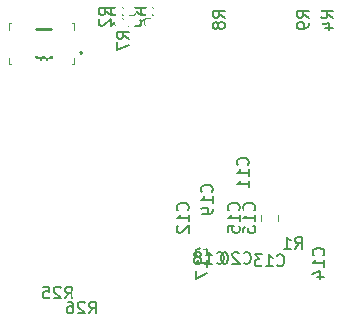
<source format=gbo>
G04 #@! TF.GenerationSoftware,KiCad,Pcbnew,5.1.6-c6e7f7d~86~ubuntu18.04.1*
G04 #@! TF.CreationDate,2021-09-21T12:25:19+02:00*
G04 #@! TF.ProjectId,nhci,6e686369-2e6b-4696-9361-645f70636258,rev?*
G04 #@! TF.SameCoordinates,Original*
G04 #@! TF.FileFunction,Legend,Bot*
G04 #@! TF.FilePolarity,Positive*
%FSLAX46Y46*%
G04 Gerber Fmt 4.6, Leading zero omitted, Abs format (unit mm)*
G04 Created by KiCad (PCBNEW 5.1.6-c6e7f7d~86~ubuntu18.04.1) date 2021-09-21 12:25:19*
%MOMM*%
%LPD*%
G01*
G04 APERTURE LIST*
%ADD10C,0.200000*%
%ADD11C,0.100000*%
%ADD12C,0.120000*%
%ADD13C,0.254000*%
%ADD14C,0.150000*%
%ADD15R,0.425000X0.850000*%
%ADD16R,0.700000X0.300000*%
%ADD17R,4.150000X2.150000*%
%ADD18R,0.700000X0.340000*%
%ADD19R,0.340000X0.700000*%
%ADD20R,1.500000X1.800000*%
%ADD21R,0.400000X1.800000*%
G04 APERTURE END LIST*
D10*
X53438000Y-109816000D02*
G75*
G03*
X53438000Y-109616000I0J100000D01*
G01*
X53438000Y-109616000D02*
G75*
G03*
X53438000Y-109816000I0J-100000D01*
G01*
X53438000Y-109816000D02*
X53438000Y-109816000D01*
X53438000Y-109616000D02*
X53438000Y-109616000D01*
D11*
X52788000Y-110166000D02*
X52788000Y-110716000D01*
X52788000Y-110716000D02*
X52638000Y-110716000D01*
X52788000Y-107766000D02*
X52788000Y-107216000D01*
X52788000Y-107216000D02*
X52638000Y-107216000D01*
X47288000Y-107766000D02*
X47288000Y-107216000D01*
X47288000Y-107216000D02*
X47438000Y-107216000D01*
X47288000Y-110166000D02*
X47288000Y-110716000D01*
X47288000Y-110716000D02*
X47438000Y-110716000D01*
D12*
X68632000Y-123439422D02*
X68632000Y-123956578D01*
X70052000Y-123439422D02*
X70052000Y-123956578D01*
D13*
X50887523Y-107726238D02*
X49617523Y-107726238D01*
X50766571Y-109056714D02*
X50827047Y-108996238D01*
X50887523Y-108814809D01*
X50887523Y-108693857D01*
X50827047Y-108512428D01*
X50706095Y-108391476D01*
X50585142Y-108331000D01*
X50343238Y-108270523D01*
X50161809Y-108270523D01*
X49919904Y-108331000D01*
X49798952Y-108391476D01*
X49678000Y-108512428D01*
X49617523Y-108693857D01*
X49617523Y-108814809D01*
X49678000Y-108996238D01*
X49738476Y-109056714D01*
X50161809Y-109782428D02*
X50101333Y-109661476D01*
X50040857Y-109601000D01*
X49919904Y-109540523D01*
X49859428Y-109540523D01*
X49738476Y-109601000D01*
X49678000Y-109661476D01*
X49617523Y-109782428D01*
X49617523Y-110024333D01*
X49678000Y-110145285D01*
X49738476Y-110205761D01*
X49859428Y-110266238D01*
X49919904Y-110266238D01*
X50040857Y-110205761D01*
X50101333Y-110145285D01*
X50161809Y-110024333D01*
X50161809Y-109782428D01*
X50222285Y-109661476D01*
X50282761Y-109601000D01*
X50403714Y-109540523D01*
X50645619Y-109540523D01*
X50766571Y-109601000D01*
X50827047Y-109661476D01*
X50887523Y-109782428D01*
X50887523Y-110024333D01*
X50827047Y-110145285D01*
X50766571Y-110205761D01*
X50645619Y-110266238D01*
X50403714Y-110266238D01*
X50282761Y-110205761D01*
X50222285Y-110145285D01*
X50161809Y-110024333D01*
D14*
X54086857Y-131797380D02*
X54420190Y-131321190D01*
X54658285Y-131797380D02*
X54658285Y-130797380D01*
X54277333Y-130797380D01*
X54182095Y-130845000D01*
X54134476Y-130892619D01*
X54086857Y-130987857D01*
X54086857Y-131130714D01*
X54134476Y-131225952D01*
X54182095Y-131273571D01*
X54277333Y-131321190D01*
X54658285Y-131321190D01*
X53705904Y-130892619D02*
X53658285Y-130845000D01*
X53563047Y-130797380D01*
X53324952Y-130797380D01*
X53229714Y-130845000D01*
X53182095Y-130892619D01*
X53134476Y-130987857D01*
X53134476Y-131083095D01*
X53182095Y-131225952D01*
X53753523Y-131797380D01*
X53134476Y-131797380D01*
X52277333Y-130797380D02*
X52467809Y-130797380D01*
X52563047Y-130845000D01*
X52610666Y-130892619D01*
X52705904Y-131035476D01*
X52753523Y-131225952D01*
X52753523Y-131606904D01*
X52705904Y-131702142D01*
X52658285Y-131749761D01*
X52563047Y-131797380D01*
X52372571Y-131797380D01*
X52277333Y-131749761D01*
X52229714Y-131702142D01*
X52182095Y-131606904D01*
X52182095Y-131368809D01*
X52229714Y-131273571D01*
X52277333Y-131225952D01*
X52372571Y-131178333D01*
X52563047Y-131178333D01*
X52658285Y-131225952D01*
X52705904Y-131273571D01*
X52753523Y-131368809D01*
X52054857Y-130527380D02*
X52388190Y-130051190D01*
X52626285Y-130527380D02*
X52626285Y-129527380D01*
X52245333Y-129527380D01*
X52150095Y-129575000D01*
X52102476Y-129622619D01*
X52054857Y-129717857D01*
X52054857Y-129860714D01*
X52102476Y-129955952D01*
X52150095Y-130003571D01*
X52245333Y-130051190D01*
X52626285Y-130051190D01*
X51673904Y-129622619D02*
X51626285Y-129575000D01*
X51531047Y-129527380D01*
X51292952Y-129527380D01*
X51197714Y-129575000D01*
X51150095Y-129622619D01*
X51102476Y-129717857D01*
X51102476Y-129813095D01*
X51150095Y-129955952D01*
X51721523Y-130527380D01*
X51102476Y-130527380D01*
X50197714Y-129527380D02*
X50673904Y-129527380D01*
X50721523Y-130003571D01*
X50673904Y-129955952D01*
X50578666Y-129908333D01*
X50340571Y-129908333D01*
X50245333Y-129955952D01*
X50197714Y-130003571D01*
X50150095Y-130098809D01*
X50150095Y-130336904D01*
X50197714Y-130432142D01*
X50245333Y-130479761D01*
X50340571Y-130527380D01*
X50578666Y-130527380D01*
X50673904Y-130479761D01*
X50721523Y-130432142D01*
X72688380Y-106744333D02*
X72212190Y-106411000D01*
X72688380Y-106172904D02*
X71688380Y-106172904D01*
X71688380Y-106553857D01*
X71736000Y-106649095D01*
X71783619Y-106696714D01*
X71878857Y-106744333D01*
X72021714Y-106744333D01*
X72116952Y-106696714D01*
X72164571Y-106649095D01*
X72212190Y-106553857D01*
X72212190Y-106172904D01*
X72688380Y-107220523D02*
X72688380Y-107411000D01*
X72640761Y-107506238D01*
X72593142Y-107553857D01*
X72450285Y-107649095D01*
X72259809Y-107696714D01*
X71878857Y-107696714D01*
X71783619Y-107649095D01*
X71736000Y-107601476D01*
X71688380Y-107506238D01*
X71688380Y-107315761D01*
X71736000Y-107220523D01*
X71783619Y-107172904D01*
X71878857Y-107125285D01*
X72116952Y-107125285D01*
X72212190Y-107172904D01*
X72259809Y-107220523D01*
X72307428Y-107315761D01*
X72307428Y-107506238D01*
X72259809Y-107601476D01*
X72212190Y-107649095D01*
X72116952Y-107696714D01*
X65576380Y-106744333D02*
X65100190Y-106411000D01*
X65576380Y-106172904D02*
X64576380Y-106172904D01*
X64576380Y-106553857D01*
X64624000Y-106649095D01*
X64671619Y-106696714D01*
X64766857Y-106744333D01*
X64909714Y-106744333D01*
X65004952Y-106696714D01*
X65052571Y-106649095D01*
X65100190Y-106553857D01*
X65100190Y-106172904D01*
X65004952Y-107315761D02*
X64957333Y-107220523D01*
X64909714Y-107172904D01*
X64814476Y-107125285D01*
X64766857Y-107125285D01*
X64671619Y-107172904D01*
X64624000Y-107220523D01*
X64576380Y-107315761D01*
X64576380Y-107506238D01*
X64624000Y-107601476D01*
X64671619Y-107649095D01*
X64766857Y-107696714D01*
X64814476Y-107696714D01*
X64909714Y-107649095D01*
X64957333Y-107601476D01*
X65004952Y-107506238D01*
X65004952Y-107315761D01*
X65052571Y-107220523D01*
X65100190Y-107172904D01*
X65195428Y-107125285D01*
X65385904Y-107125285D01*
X65481142Y-107172904D01*
X65528761Y-107220523D01*
X65576380Y-107315761D01*
X65576380Y-107506238D01*
X65528761Y-107601476D01*
X65481142Y-107649095D01*
X65385904Y-107696714D01*
X65195428Y-107696714D01*
X65100190Y-107649095D01*
X65052571Y-107601476D01*
X65004952Y-107506238D01*
X57448380Y-108522333D02*
X56972190Y-108189000D01*
X57448380Y-107950904D02*
X56448380Y-107950904D01*
X56448380Y-108331857D01*
X56496000Y-108427095D01*
X56543619Y-108474714D01*
X56638857Y-108522333D01*
X56781714Y-108522333D01*
X56876952Y-108474714D01*
X56924571Y-108427095D01*
X56972190Y-108331857D01*
X56972190Y-107950904D01*
X56448380Y-108855666D02*
X56448380Y-109522333D01*
X57448380Y-109093761D01*
X59480380Y-106513333D02*
X59004190Y-106180000D01*
X59480380Y-105941904D02*
X58480380Y-105941904D01*
X58480380Y-106322857D01*
X58528000Y-106418095D01*
X58575619Y-106465714D01*
X58670857Y-106513333D01*
X58813714Y-106513333D01*
X58908952Y-106465714D01*
X58956571Y-106418095D01*
X59004190Y-106322857D01*
X59004190Y-105941904D01*
X58480380Y-107370476D02*
X58480380Y-107180000D01*
X58528000Y-107084761D01*
X58575619Y-107037142D01*
X58718476Y-106941904D01*
X58908952Y-106894285D01*
X59289904Y-106894285D01*
X59385142Y-106941904D01*
X59432761Y-106989523D01*
X59480380Y-107084761D01*
X59480380Y-107275238D01*
X59432761Y-107370476D01*
X59385142Y-107418095D01*
X59289904Y-107465714D01*
X59051809Y-107465714D01*
X58956571Y-107418095D01*
X58908952Y-107370476D01*
X58861333Y-107275238D01*
X58861333Y-107084761D01*
X58908952Y-106989523D01*
X58956571Y-106941904D01*
X59051809Y-106894285D01*
X58464380Y-106536333D02*
X57988190Y-106203000D01*
X58464380Y-105964904D02*
X57464380Y-105964904D01*
X57464380Y-106345857D01*
X57512000Y-106441095D01*
X57559619Y-106488714D01*
X57654857Y-106536333D01*
X57797714Y-106536333D01*
X57892952Y-106488714D01*
X57940571Y-106441095D01*
X57988190Y-106345857D01*
X57988190Y-105964904D01*
X57464380Y-107441095D02*
X57464380Y-106964904D01*
X57940571Y-106917285D01*
X57892952Y-106964904D01*
X57845333Y-107060142D01*
X57845333Y-107298238D01*
X57892952Y-107393476D01*
X57940571Y-107441095D01*
X58035809Y-107488714D01*
X58273904Y-107488714D01*
X58369142Y-107441095D01*
X58416761Y-107393476D01*
X58464380Y-107298238D01*
X58464380Y-107060142D01*
X58416761Y-106964904D01*
X58369142Y-106917285D01*
X74720380Y-106790333D02*
X74244190Y-106457000D01*
X74720380Y-106218904D02*
X73720380Y-106218904D01*
X73720380Y-106599857D01*
X73768000Y-106695095D01*
X73815619Y-106742714D01*
X73910857Y-106790333D01*
X74053714Y-106790333D01*
X74148952Y-106742714D01*
X74196571Y-106695095D01*
X74244190Y-106599857D01*
X74244190Y-106218904D01*
X74053714Y-107647476D02*
X74720380Y-107647476D01*
X73672761Y-107409380D02*
X74387047Y-107171285D01*
X74387047Y-107790333D01*
X56940380Y-106513333D02*
X56464190Y-106180000D01*
X56940380Y-105941904D02*
X55940380Y-105941904D01*
X55940380Y-106322857D01*
X55988000Y-106418095D01*
X56035619Y-106465714D01*
X56130857Y-106513333D01*
X56273714Y-106513333D01*
X56368952Y-106465714D01*
X56416571Y-106418095D01*
X56464190Y-106322857D01*
X56464190Y-105941904D01*
X55940380Y-106846666D02*
X55940380Y-107465714D01*
X56321333Y-107132380D01*
X56321333Y-107275238D01*
X56368952Y-107370476D01*
X56416571Y-107418095D01*
X56511809Y-107465714D01*
X56749904Y-107465714D01*
X56845142Y-107418095D01*
X56892761Y-107370476D01*
X56940380Y-107275238D01*
X56940380Y-106989523D01*
X56892761Y-106894285D01*
X56845142Y-106846666D01*
X55924380Y-106513333D02*
X55448190Y-106180000D01*
X55924380Y-105941904D02*
X54924380Y-105941904D01*
X54924380Y-106322857D01*
X54972000Y-106418095D01*
X55019619Y-106465714D01*
X55114857Y-106513333D01*
X55257714Y-106513333D01*
X55352952Y-106465714D01*
X55400571Y-106418095D01*
X55448190Y-106322857D01*
X55448190Y-105941904D01*
X55019619Y-106894285D02*
X54972000Y-106941904D01*
X54924380Y-107037142D01*
X54924380Y-107275238D01*
X54972000Y-107370476D01*
X55019619Y-107418095D01*
X55114857Y-107465714D01*
X55210095Y-107465714D01*
X55352952Y-107418095D01*
X55924380Y-106846666D01*
X55924380Y-107465714D01*
X67167857Y-127511142D02*
X67215476Y-127558761D01*
X67358333Y-127606380D01*
X67453571Y-127606380D01*
X67596428Y-127558761D01*
X67691666Y-127463523D01*
X67739285Y-127368285D01*
X67786904Y-127177809D01*
X67786904Y-127034952D01*
X67739285Y-126844476D01*
X67691666Y-126749238D01*
X67596428Y-126654000D01*
X67453571Y-126606380D01*
X67358333Y-126606380D01*
X67215476Y-126654000D01*
X67167857Y-126701619D01*
X66786904Y-126701619D02*
X66739285Y-126654000D01*
X66644047Y-126606380D01*
X66405952Y-126606380D01*
X66310714Y-126654000D01*
X66263095Y-126701619D01*
X66215476Y-126796857D01*
X66215476Y-126892095D01*
X66263095Y-127034952D01*
X66834523Y-127606380D01*
X66215476Y-127606380D01*
X65596428Y-126606380D02*
X65501190Y-126606380D01*
X65405952Y-126654000D01*
X65358333Y-126701619D01*
X65310714Y-126796857D01*
X65263095Y-126987333D01*
X65263095Y-127225428D01*
X65310714Y-127415904D01*
X65358333Y-127511142D01*
X65405952Y-127558761D01*
X65501190Y-127606380D01*
X65596428Y-127606380D01*
X65691666Y-127558761D01*
X65739285Y-127511142D01*
X65786904Y-127415904D01*
X65834523Y-127225428D01*
X65834523Y-126987333D01*
X65786904Y-126796857D01*
X65739285Y-126701619D01*
X65691666Y-126654000D01*
X65596428Y-126606380D01*
X64465142Y-121508142D02*
X64512761Y-121460523D01*
X64560380Y-121317666D01*
X64560380Y-121222428D01*
X64512761Y-121079571D01*
X64417523Y-120984333D01*
X64322285Y-120936714D01*
X64131809Y-120889095D01*
X63988952Y-120889095D01*
X63798476Y-120936714D01*
X63703238Y-120984333D01*
X63608000Y-121079571D01*
X63560380Y-121222428D01*
X63560380Y-121317666D01*
X63608000Y-121460523D01*
X63655619Y-121508142D01*
X64560380Y-122460523D02*
X64560380Y-121889095D01*
X64560380Y-122174809D02*
X63560380Y-122174809D01*
X63703238Y-122079571D01*
X63798476Y-121984333D01*
X63846095Y-121889095D01*
X64560380Y-122936714D02*
X64560380Y-123127190D01*
X64512761Y-123222428D01*
X64465142Y-123270047D01*
X64322285Y-123365285D01*
X64131809Y-123412904D01*
X63750857Y-123412904D01*
X63655619Y-123365285D01*
X63608000Y-123317666D01*
X63560380Y-123222428D01*
X63560380Y-123031952D01*
X63608000Y-122936714D01*
X63655619Y-122889095D01*
X63750857Y-122841476D01*
X63988952Y-122841476D01*
X64084190Y-122889095D01*
X64131809Y-122936714D01*
X64179428Y-123031952D01*
X64179428Y-123222428D01*
X64131809Y-123317666D01*
X64084190Y-123365285D01*
X63988952Y-123412904D01*
X64881857Y-127511142D02*
X64929476Y-127558761D01*
X65072333Y-127606380D01*
X65167571Y-127606380D01*
X65310428Y-127558761D01*
X65405666Y-127463523D01*
X65453285Y-127368285D01*
X65500904Y-127177809D01*
X65500904Y-127034952D01*
X65453285Y-126844476D01*
X65405666Y-126749238D01*
X65310428Y-126654000D01*
X65167571Y-126606380D01*
X65072333Y-126606380D01*
X64929476Y-126654000D01*
X64881857Y-126701619D01*
X63929476Y-127606380D02*
X64500904Y-127606380D01*
X64215190Y-127606380D02*
X64215190Y-126606380D01*
X64310428Y-126749238D01*
X64405666Y-126844476D01*
X64500904Y-126892095D01*
X63358047Y-127034952D02*
X63453285Y-126987333D01*
X63500904Y-126939714D01*
X63548523Y-126844476D01*
X63548523Y-126796857D01*
X63500904Y-126701619D01*
X63453285Y-126654000D01*
X63358047Y-126606380D01*
X63167571Y-126606380D01*
X63072333Y-126654000D01*
X63024714Y-126701619D01*
X62977095Y-126796857D01*
X62977095Y-126844476D01*
X63024714Y-126939714D01*
X63072333Y-126987333D01*
X63167571Y-127034952D01*
X63358047Y-127034952D01*
X63453285Y-127082571D01*
X63500904Y-127130190D01*
X63548523Y-127225428D01*
X63548523Y-127415904D01*
X63500904Y-127511142D01*
X63453285Y-127558761D01*
X63358047Y-127606380D01*
X63167571Y-127606380D01*
X63072333Y-127558761D01*
X63024714Y-127511142D01*
X62977095Y-127415904D01*
X62977095Y-127225428D01*
X63024714Y-127130190D01*
X63072333Y-127082571D01*
X63167571Y-127034952D01*
X71540666Y-126336380D02*
X71874000Y-125860190D01*
X72112095Y-126336380D02*
X72112095Y-125336380D01*
X71731142Y-125336380D01*
X71635904Y-125384000D01*
X71588285Y-125431619D01*
X71540666Y-125526857D01*
X71540666Y-125669714D01*
X71588285Y-125764952D01*
X71635904Y-125812571D01*
X71731142Y-125860190D01*
X72112095Y-125860190D01*
X70588285Y-126336380D02*
X71159714Y-126336380D01*
X70874000Y-126336380D02*
X70874000Y-125336380D01*
X70969238Y-125479238D01*
X71064476Y-125574476D01*
X71159714Y-125622095D01*
X64011142Y-126888142D02*
X64058761Y-126840523D01*
X64106380Y-126697666D01*
X64106380Y-126602428D01*
X64058761Y-126459571D01*
X63963523Y-126364333D01*
X63868285Y-126316714D01*
X63677809Y-126269095D01*
X63534952Y-126269095D01*
X63344476Y-126316714D01*
X63249238Y-126364333D01*
X63154000Y-126459571D01*
X63106380Y-126602428D01*
X63106380Y-126697666D01*
X63154000Y-126840523D01*
X63201619Y-126888142D01*
X64106380Y-127840523D02*
X64106380Y-127269095D01*
X64106380Y-127554809D02*
X63106380Y-127554809D01*
X63249238Y-127459571D01*
X63344476Y-127364333D01*
X63392095Y-127269095D01*
X63106380Y-128173857D02*
X63106380Y-128840523D01*
X64106380Y-128411952D01*
X68049142Y-123055142D02*
X68096761Y-123007523D01*
X68144380Y-122864666D01*
X68144380Y-122769428D01*
X68096761Y-122626571D01*
X68001523Y-122531333D01*
X67906285Y-122483714D01*
X67715809Y-122436095D01*
X67572952Y-122436095D01*
X67382476Y-122483714D01*
X67287238Y-122531333D01*
X67192000Y-122626571D01*
X67144380Y-122769428D01*
X67144380Y-122864666D01*
X67192000Y-123007523D01*
X67239619Y-123055142D01*
X68144380Y-124007523D02*
X68144380Y-123436095D01*
X68144380Y-123721809D02*
X67144380Y-123721809D01*
X67287238Y-123626571D01*
X67382476Y-123531333D01*
X67430095Y-123436095D01*
X67144380Y-124864666D02*
X67144380Y-124674190D01*
X67192000Y-124578952D01*
X67239619Y-124531333D01*
X67382476Y-124436095D01*
X67572952Y-124388476D01*
X67953904Y-124388476D01*
X68049142Y-124436095D01*
X68096761Y-124483714D01*
X68144380Y-124578952D01*
X68144380Y-124769428D01*
X68096761Y-124864666D01*
X68049142Y-124912285D01*
X67953904Y-124959904D01*
X67715809Y-124959904D01*
X67620571Y-124912285D01*
X67572952Y-124864666D01*
X67525333Y-124769428D01*
X67525333Y-124578952D01*
X67572952Y-124483714D01*
X67620571Y-124436095D01*
X67715809Y-124388476D01*
X66751142Y-123055142D02*
X66798761Y-123007523D01*
X66846380Y-122864666D01*
X66846380Y-122769428D01*
X66798761Y-122626571D01*
X66703523Y-122531333D01*
X66608285Y-122483714D01*
X66417809Y-122436095D01*
X66274952Y-122436095D01*
X66084476Y-122483714D01*
X65989238Y-122531333D01*
X65894000Y-122626571D01*
X65846380Y-122769428D01*
X65846380Y-122864666D01*
X65894000Y-123007523D01*
X65941619Y-123055142D01*
X66846380Y-124007523D02*
X66846380Y-123436095D01*
X66846380Y-123721809D02*
X65846380Y-123721809D01*
X65989238Y-123626571D01*
X66084476Y-123531333D01*
X66132095Y-123436095D01*
X65846380Y-124912285D02*
X65846380Y-124436095D01*
X66322571Y-124388476D01*
X66274952Y-124436095D01*
X66227333Y-124531333D01*
X66227333Y-124769428D01*
X66274952Y-124864666D01*
X66322571Y-124912285D01*
X66417809Y-124959904D01*
X66655904Y-124959904D01*
X66751142Y-124912285D01*
X66798761Y-124864666D01*
X66846380Y-124769428D01*
X66846380Y-124531333D01*
X66798761Y-124436095D01*
X66751142Y-124388476D01*
X73917142Y-126888142D02*
X73964761Y-126840523D01*
X74012380Y-126697666D01*
X74012380Y-126602428D01*
X73964761Y-126459571D01*
X73869523Y-126364333D01*
X73774285Y-126316714D01*
X73583809Y-126269095D01*
X73440952Y-126269095D01*
X73250476Y-126316714D01*
X73155238Y-126364333D01*
X73060000Y-126459571D01*
X73012380Y-126602428D01*
X73012380Y-126697666D01*
X73060000Y-126840523D01*
X73107619Y-126888142D01*
X74012380Y-127840523D02*
X74012380Y-127269095D01*
X74012380Y-127554809D02*
X73012380Y-127554809D01*
X73155238Y-127459571D01*
X73250476Y-127364333D01*
X73298095Y-127269095D01*
X73345714Y-128697666D02*
X74012380Y-128697666D01*
X72964761Y-128459571D02*
X73679047Y-128221476D01*
X73679047Y-128840523D01*
X70007857Y-127711142D02*
X70055476Y-127758761D01*
X70198333Y-127806380D01*
X70293571Y-127806380D01*
X70436428Y-127758761D01*
X70531666Y-127663523D01*
X70579285Y-127568285D01*
X70626904Y-127377809D01*
X70626904Y-127234952D01*
X70579285Y-127044476D01*
X70531666Y-126949238D01*
X70436428Y-126854000D01*
X70293571Y-126806380D01*
X70198333Y-126806380D01*
X70055476Y-126854000D01*
X70007857Y-126901619D01*
X69055476Y-127806380D02*
X69626904Y-127806380D01*
X69341190Y-127806380D02*
X69341190Y-126806380D01*
X69436428Y-126949238D01*
X69531666Y-127044476D01*
X69626904Y-127092095D01*
X68722142Y-126806380D02*
X68103095Y-126806380D01*
X68436428Y-127187333D01*
X68293571Y-127187333D01*
X68198333Y-127234952D01*
X68150714Y-127282571D01*
X68103095Y-127377809D01*
X68103095Y-127615904D01*
X68150714Y-127711142D01*
X68198333Y-127758761D01*
X68293571Y-127806380D01*
X68579285Y-127806380D01*
X68674523Y-127758761D01*
X68722142Y-127711142D01*
X62433142Y-123055142D02*
X62480761Y-123007523D01*
X62528380Y-122864666D01*
X62528380Y-122769428D01*
X62480761Y-122626571D01*
X62385523Y-122531333D01*
X62290285Y-122483714D01*
X62099809Y-122436095D01*
X61956952Y-122436095D01*
X61766476Y-122483714D01*
X61671238Y-122531333D01*
X61576000Y-122626571D01*
X61528380Y-122769428D01*
X61528380Y-122864666D01*
X61576000Y-123007523D01*
X61623619Y-123055142D01*
X62528380Y-124007523D02*
X62528380Y-123436095D01*
X62528380Y-123721809D02*
X61528380Y-123721809D01*
X61671238Y-123626571D01*
X61766476Y-123531333D01*
X61814095Y-123436095D01*
X61623619Y-124388476D02*
X61576000Y-124436095D01*
X61528380Y-124531333D01*
X61528380Y-124769428D01*
X61576000Y-124864666D01*
X61623619Y-124912285D01*
X61718857Y-124959904D01*
X61814095Y-124959904D01*
X61956952Y-124912285D01*
X62528380Y-124340857D01*
X62528380Y-124959904D01*
X67513142Y-119222142D02*
X67560761Y-119174523D01*
X67608380Y-119031666D01*
X67608380Y-118936428D01*
X67560761Y-118793571D01*
X67465523Y-118698333D01*
X67370285Y-118650714D01*
X67179809Y-118603095D01*
X67036952Y-118603095D01*
X66846476Y-118650714D01*
X66751238Y-118698333D01*
X66656000Y-118793571D01*
X66608380Y-118936428D01*
X66608380Y-119031666D01*
X66656000Y-119174523D01*
X66703619Y-119222142D01*
X67608380Y-120174523D02*
X67608380Y-119603095D01*
X67608380Y-119888809D02*
X66608380Y-119888809D01*
X66751238Y-119793571D01*
X66846476Y-119698333D01*
X66894095Y-119603095D01*
X67608380Y-121126904D02*
X67608380Y-120555476D01*
X67608380Y-120841190D02*
X66608380Y-120841190D01*
X66751238Y-120745952D01*
X66846476Y-120650714D01*
X66894095Y-120555476D01*
%LPC*%
D15*
X47850000Y-108966000D03*
X52226000Y-108966000D03*
D16*
X47388000Y-108691000D03*
X47388000Y-109241000D03*
X52688000Y-108691000D03*
X52688000Y-109241000D03*
D17*
X50038000Y-108966000D03*
D18*
X52688000Y-108216000D03*
D19*
X52288000Y-107316000D03*
X51788000Y-107316000D03*
X51288000Y-107316000D03*
X50788000Y-107316000D03*
X50288000Y-107316000D03*
X49788000Y-107316000D03*
X49288000Y-107316000D03*
X48788000Y-107316000D03*
X48288000Y-107316000D03*
X47788000Y-107316000D03*
D18*
X47388000Y-108216000D03*
X47388000Y-109716000D03*
D19*
X47788000Y-110616000D03*
X48288000Y-110616000D03*
X48788000Y-110616000D03*
X49288000Y-110616000D03*
X49788000Y-110616000D03*
X50288000Y-110616000D03*
X50788000Y-110616000D03*
X51288000Y-110616000D03*
X51788000Y-110616000D03*
X52288000Y-110616000D03*
D18*
X52688000Y-109716000D03*
G36*
G01*
X53584000Y-130372500D02*
X53584000Y-129977500D01*
G75*
G02*
X53756500Y-129805000I172500J0D01*
G01*
X54101500Y-129805000D01*
G75*
G02*
X54274000Y-129977500I0J-172500D01*
G01*
X54274000Y-130372500D01*
G75*
G02*
X54101500Y-130545000I-172500J0D01*
G01*
X53756500Y-130545000D01*
G75*
G02*
X53584000Y-130372500I0J172500D01*
G01*
G37*
G36*
G01*
X52614000Y-130372500D02*
X52614000Y-129977500D01*
G75*
G02*
X52786500Y-129805000I172500J0D01*
G01*
X53131500Y-129805000D01*
G75*
G02*
X53304000Y-129977500I0J-172500D01*
G01*
X53304000Y-130372500D01*
G75*
G02*
X53131500Y-130545000I-172500J0D01*
G01*
X52786500Y-130545000D01*
G75*
G02*
X52614000Y-130372500I0J172500D01*
G01*
G37*
G36*
G01*
X51552000Y-129102500D02*
X51552000Y-128707500D01*
G75*
G02*
X51724500Y-128535000I172500J0D01*
G01*
X52069500Y-128535000D01*
G75*
G02*
X52242000Y-128707500I0J-172500D01*
G01*
X52242000Y-129102500D01*
G75*
G02*
X52069500Y-129275000I-172500J0D01*
G01*
X51724500Y-129275000D01*
G75*
G02*
X51552000Y-129102500I0J172500D01*
G01*
G37*
G36*
G01*
X50582000Y-129102500D02*
X50582000Y-128707500D01*
G75*
G02*
X50754500Y-128535000I172500J0D01*
G01*
X51099500Y-128535000D01*
G75*
G02*
X51272000Y-128707500I0J-172500D01*
G01*
X51272000Y-129102500D01*
G75*
G02*
X51099500Y-129275000I-172500J0D01*
G01*
X50754500Y-129275000D01*
G75*
G02*
X50582000Y-129102500I0J172500D01*
G01*
G37*
D20*
X70106000Y-169082000D03*
X61466000Y-169082000D03*
D21*
X63036000Y-169632000D03*
X63536000Y-169632000D03*
X64036000Y-169632000D03*
X64536000Y-169632000D03*
X65036000Y-169632000D03*
X65536000Y-169632000D03*
X66036000Y-169632000D03*
X66536000Y-169632000D03*
X67036000Y-169632000D03*
X67536000Y-169632000D03*
X68036000Y-169632000D03*
X68536000Y-169632000D03*
G36*
G01*
X73208500Y-107051000D02*
X73603500Y-107051000D01*
G75*
G02*
X73776000Y-107223500I0J-172500D01*
G01*
X73776000Y-107568500D01*
G75*
G02*
X73603500Y-107741000I-172500J0D01*
G01*
X73208500Y-107741000D01*
G75*
G02*
X73036000Y-107568500I0J172500D01*
G01*
X73036000Y-107223500D01*
G75*
G02*
X73208500Y-107051000I172500J0D01*
G01*
G37*
G36*
G01*
X73208500Y-106081000D02*
X73603500Y-106081000D01*
G75*
G02*
X73776000Y-106253500I0J-172500D01*
G01*
X73776000Y-106598500D01*
G75*
G02*
X73603500Y-106771000I-172500J0D01*
G01*
X73208500Y-106771000D01*
G75*
G02*
X73036000Y-106598500I0J172500D01*
G01*
X73036000Y-106253500D01*
G75*
G02*
X73208500Y-106081000I172500J0D01*
G01*
G37*
G36*
G01*
X66096500Y-107051000D02*
X66491500Y-107051000D01*
G75*
G02*
X66664000Y-107223500I0J-172500D01*
G01*
X66664000Y-107568500D01*
G75*
G02*
X66491500Y-107741000I-172500J0D01*
G01*
X66096500Y-107741000D01*
G75*
G02*
X65924000Y-107568500I0J172500D01*
G01*
X65924000Y-107223500D01*
G75*
G02*
X66096500Y-107051000I172500J0D01*
G01*
G37*
G36*
G01*
X66096500Y-106081000D02*
X66491500Y-106081000D01*
G75*
G02*
X66664000Y-106253500I0J-172500D01*
G01*
X66664000Y-106598500D01*
G75*
G02*
X66491500Y-106771000I-172500J0D01*
G01*
X66096500Y-106771000D01*
G75*
G02*
X65924000Y-106598500I0J172500D01*
G01*
X65924000Y-106253500D01*
G75*
G02*
X66096500Y-106081000I172500J0D01*
G01*
G37*
G36*
G01*
X57968500Y-108829000D02*
X58363500Y-108829000D01*
G75*
G02*
X58536000Y-109001500I0J-172500D01*
G01*
X58536000Y-109346500D01*
G75*
G02*
X58363500Y-109519000I-172500J0D01*
G01*
X57968500Y-109519000D01*
G75*
G02*
X57796000Y-109346500I0J172500D01*
G01*
X57796000Y-109001500D01*
G75*
G02*
X57968500Y-108829000I172500J0D01*
G01*
G37*
G36*
G01*
X57968500Y-107859000D02*
X58363500Y-107859000D01*
G75*
G02*
X58536000Y-108031500I0J-172500D01*
G01*
X58536000Y-108376500D01*
G75*
G02*
X58363500Y-108549000I-172500J0D01*
G01*
X57968500Y-108549000D01*
G75*
G02*
X57796000Y-108376500I0J172500D01*
G01*
X57796000Y-108031500D01*
G75*
G02*
X57968500Y-107859000I172500J0D01*
G01*
G37*
G36*
G01*
X60000500Y-106820000D02*
X60395500Y-106820000D01*
G75*
G02*
X60568000Y-106992500I0J-172500D01*
G01*
X60568000Y-107337500D01*
G75*
G02*
X60395500Y-107510000I-172500J0D01*
G01*
X60000500Y-107510000D01*
G75*
G02*
X59828000Y-107337500I0J172500D01*
G01*
X59828000Y-106992500D01*
G75*
G02*
X60000500Y-106820000I172500J0D01*
G01*
G37*
G36*
G01*
X60000500Y-105850000D02*
X60395500Y-105850000D01*
G75*
G02*
X60568000Y-106022500I0J-172500D01*
G01*
X60568000Y-106367500D01*
G75*
G02*
X60395500Y-106540000I-172500J0D01*
G01*
X60000500Y-106540000D01*
G75*
G02*
X59828000Y-106367500I0J172500D01*
G01*
X59828000Y-106022500D01*
G75*
G02*
X60000500Y-105850000I172500J0D01*
G01*
G37*
G36*
G01*
X58984500Y-106843000D02*
X59379500Y-106843000D01*
G75*
G02*
X59552000Y-107015500I0J-172500D01*
G01*
X59552000Y-107360500D01*
G75*
G02*
X59379500Y-107533000I-172500J0D01*
G01*
X58984500Y-107533000D01*
G75*
G02*
X58812000Y-107360500I0J172500D01*
G01*
X58812000Y-107015500D01*
G75*
G02*
X58984500Y-106843000I172500J0D01*
G01*
G37*
G36*
G01*
X58984500Y-105873000D02*
X59379500Y-105873000D01*
G75*
G02*
X59552000Y-106045500I0J-172500D01*
G01*
X59552000Y-106390500D01*
G75*
G02*
X59379500Y-106563000I-172500J0D01*
G01*
X58984500Y-106563000D01*
G75*
G02*
X58812000Y-106390500I0J172500D01*
G01*
X58812000Y-106045500D01*
G75*
G02*
X58984500Y-105873000I172500J0D01*
G01*
G37*
G36*
G01*
X75240500Y-107097000D02*
X75635500Y-107097000D01*
G75*
G02*
X75808000Y-107269500I0J-172500D01*
G01*
X75808000Y-107614500D01*
G75*
G02*
X75635500Y-107787000I-172500J0D01*
G01*
X75240500Y-107787000D01*
G75*
G02*
X75068000Y-107614500I0J172500D01*
G01*
X75068000Y-107269500D01*
G75*
G02*
X75240500Y-107097000I172500J0D01*
G01*
G37*
G36*
G01*
X75240500Y-106127000D02*
X75635500Y-106127000D01*
G75*
G02*
X75808000Y-106299500I0J-172500D01*
G01*
X75808000Y-106644500D01*
G75*
G02*
X75635500Y-106817000I-172500J0D01*
G01*
X75240500Y-106817000D01*
G75*
G02*
X75068000Y-106644500I0J172500D01*
G01*
X75068000Y-106299500D01*
G75*
G02*
X75240500Y-106127000I172500J0D01*
G01*
G37*
G36*
G01*
X57460500Y-106820000D02*
X57855500Y-106820000D01*
G75*
G02*
X58028000Y-106992500I0J-172500D01*
G01*
X58028000Y-107337500D01*
G75*
G02*
X57855500Y-107510000I-172500J0D01*
G01*
X57460500Y-107510000D01*
G75*
G02*
X57288000Y-107337500I0J172500D01*
G01*
X57288000Y-106992500D01*
G75*
G02*
X57460500Y-106820000I172500J0D01*
G01*
G37*
G36*
G01*
X57460500Y-105850000D02*
X57855500Y-105850000D01*
G75*
G02*
X58028000Y-106022500I0J-172500D01*
G01*
X58028000Y-106367500D01*
G75*
G02*
X57855500Y-106540000I-172500J0D01*
G01*
X57460500Y-106540000D01*
G75*
G02*
X57288000Y-106367500I0J172500D01*
G01*
X57288000Y-106022500D01*
G75*
G02*
X57460500Y-105850000I172500J0D01*
G01*
G37*
G36*
G01*
X56444500Y-106820000D02*
X56839500Y-106820000D01*
G75*
G02*
X57012000Y-106992500I0J-172500D01*
G01*
X57012000Y-107337500D01*
G75*
G02*
X56839500Y-107510000I-172500J0D01*
G01*
X56444500Y-107510000D01*
G75*
G02*
X56272000Y-107337500I0J172500D01*
G01*
X56272000Y-106992500D01*
G75*
G02*
X56444500Y-106820000I172500J0D01*
G01*
G37*
G36*
G01*
X56444500Y-105850000D02*
X56839500Y-105850000D01*
G75*
G02*
X57012000Y-106022500I0J-172500D01*
G01*
X57012000Y-106367500D01*
G75*
G02*
X56839500Y-106540000I-172500J0D01*
G01*
X56444500Y-106540000D01*
G75*
G02*
X56272000Y-106367500I0J172500D01*
G01*
X56272000Y-106022500D01*
G75*
G02*
X56444500Y-105850000I172500J0D01*
G01*
G37*
G36*
G01*
X66665000Y-126181500D02*
X66665000Y-125786500D01*
G75*
G02*
X66837500Y-125614000I172500J0D01*
G01*
X67182500Y-125614000D01*
G75*
G02*
X67355000Y-125786500I0J-172500D01*
G01*
X67355000Y-126181500D01*
G75*
G02*
X67182500Y-126354000I-172500J0D01*
G01*
X66837500Y-126354000D01*
G75*
G02*
X66665000Y-126181500I0J172500D01*
G01*
G37*
G36*
G01*
X65695000Y-126181500D02*
X65695000Y-125786500D01*
G75*
G02*
X65867500Y-125614000I172500J0D01*
G01*
X66212500Y-125614000D01*
G75*
G02*
X66385000Y-125786500I0J-172500D01*
G01*
X66385000Y-126181500D01*
G75*
G02*
X66212500Y-126354000I-172500J0D01*
G01*
X65867500Y-126354000D01*
G75*
G02*
X65695000Y-126181500I0J172500D01*
G01*
G37*
G36*
G01*
X65080500Y-122291000D02*
X65475500Y-122291000D01*
G75*
G02*
X65648000Y-122463500I0J-172500D01*
G01*
X65648000Y-122808500D01*
G75*
G02*
X65475500Y-122981000I-172500J0D01*
G01*
X65080500Y-122981000D01*
G75*
G02*
X64908000Y-122808500I0J172500D01*
G01*
X64908000Y-122463500D01*
G75*
G02*
X65080500Y-122291000I172500J0D01*
G01*
G37*
G36*
G01*
X65080500Y-121321000D02*
X65475500Y-121321000D01*
G75*
G02*
X65648000Y-121493500I0J-172500D01*
G01*
X65648000Y-121838500D01*
G75*
G02*
X65475500Y-122011000I-172500J0D01*
G01*
X65080500Y-122011000D01*
G75*
G02*
X64908000Y-121838500I0J172500D01*
G01*
X64908000Y-121493500D01*
G75*
G02*
X65080500Y-121321000I172500J0D01*
G01*
G37*
G36*
G01*
X64379000Y-126181500D02*
X64379000Y-125786500D01*
G75*
G02*
X64551500Y-125614000I172500J0D01*
G01*
X64896500Y-125614000D01*
G75*
G02*
X65069000Y-125786500I0J-172500D01*
G01*
X65069000Y-126181500D01*
G75*
G02*
X64896500Y-126354000I-172500J0D01*
G01*
X64551500Y-126354000D01*
G75*
G02*
X64379000Y-126181500I0J172500D01*
G01*
G37*
G36*
G01*
X63409000Y-126181500D02*
X63409000Y-125786500D01*
G75*
G02*
X63581500Y-125614000I172500J0D01*
G01*
X63926500Y-125614000D01*
G75*
G02*
X64099000Y-125786500I0J-172500D01*
G01*
X64099000Y-126181500D01*
G75*
G02*
X63926500Y-126354000I-172500J0D01*
G01*
X63581500Y-126354000D01*
G75*
G02*
X63409000Y-126181500I0J172500D01*
G01*
G37*
G36*
G01*
X71514000Y-124911500D02*
X71514000Y-124516500D01*
G75*
G02*
X71686500Y-124344000I172500J0D01*
G01*
X72031500Y-124344000D01*
G75*
G02*
X72204000Y-124516500I0J-172500D01*
G01*
X72204000Y-124911500D01*
G75*
G02*
X72031500Y-125084000I-172500J0D01*
G01*
X71686500Y-125084000D01*
G75*
G02*
X71514000Y-124911500I0J172500D01*
G01*
G37*
G36*
G01*
X70544000Y-124911500D02*
X70544000Y-124516500D01*
G75*
G02*
X70716500Y-124344000I172500J0D01*
G01*
X71061500Y-124344000D01*
G75*
G02*
X71234000Y-124516500I0J-172500D01*
G01*
X71234000Y-124911500D01*
G75*
G02*
X71061500Y-125084000I-172500J0D01*
G01*
X70716500Y-125084000D01*
G75*
G02*
X70544000Y-124911500I0J172500D01*
G01*
G37*
G36*
G01*
X62681500Y-127391000D02*
X62286500Y-127391000D01*
G75*
G02*
X62114000Y-127218500I0J172500D01*
G01*
X62114000Y-126873500D01*
G75*
G02*
X62286500Y-126701000I172500J0D01*
G01*
X62681500Y-126701000D01*
G75*
G02*
X62854000Y-126873500I0J-172500D01*
G01*
X62854000Y-127218500D01*
G75*
G02*
X62681500Y-127391000I-172500J0D01*
G01*
G37*
G36*
G01*
X62681500Y-128361000D02*
X62286500Y-128361000D01*
G75*
G02*
X62114000Y-128188500I0J172500D01*
G01*
X62114000Y-127843500D01*
G75*
G02*
X62286500Y-127671000I172500J0D01*
G01*
X62681500Y-127671000D01*
G75*
G02*
X62854000Y-127843500I0J-172500D01*
G01*
X62854000Y-128188500D01*
G75*
G02*
X62681500Y-128361000I-172500J0D01*
G01*
G37*
G36*
G01*
X68860750Y-124098000D02*
X69823250Y-124098000D01*
G75*
G02*
X70092000Y-124366750I0J-268750D01*
G01*
X70092000Y-124904250D01*
G75*
G02*
X69823250Y-125173000I-268750J0D01*
G01*
X68860750Y-125173000D01*
G75*
G02*
X68592000Y-124904250I0J268750D01*
G01*
X68592000Y-124366750D01*
G75*
G02*
X68860750Y-124098000I268750J0D01*
G01*
G37*
G36*
G01*
X68860750Y-122223000D02*
X69823250Y-122223000D01*
G75*
G02*
X70092000Y-122491750I0J-268750D01*
G01*
X70092000Y-123029250D01*
G75*
G02*
X69823250Y-123298000I-268750J0D01*
G01*
X68860750Y-123298000D01*
G75*
G02*
X68592000Y-123029250I0J268750D01*
G01*
X68592000Y-122491750D01*
G75*
G02*
X68860750Y-122223000I268750J0D01*
G01*
G37*
G36*
G01*
X67366500Y-123838000D02*
X67761500Y-123838000D01*
G75*
G02*
X67934000Y-124010500I0J-172500D01*
G01*
X67934000Y-124355500D01*
G75*
G02*
X67761500Y-124528000I-172500J0D01*
G01*
X67366500Y-124528000D01*
G75*
G02*
X67194000Y-124355500I0J172500D01*
G01*
X67194000Y-124010500D01*
G75*
G02*
X67366500Y-123838000I172500J0D01*
G01*
G37*
G36*
G01*
X67366500Y-122868000D02*
X67761500Y-122868000D01*
G75*
G02*
X67934000Y-123040500I0J-172500D01*
G01*
X67934000Y-123385500D01*
G75*
G02*
X67761500Y-123558000I-172500J0D01*
G01*
X67366500Y-123558000D01*
G75*
G02*
X67194000Y-123385500I0J172500D01*
G01*
X67194000Y-123040500D01*
G75*
G02*
X67366500Y-122868000I172500J0D01*
G01*
G37*
G36*
G01*
X72587500Y-127391000D02*
X72192500Y-127391000D01*
G75*
G02*
X72020000Y-127218500I0J172500D01*
G01*
X72020000Y-126873500D01*
G75*
G02*
X72192500Y-126701000I172500J0D01*
G01*
X72587500Y-126701000D01*
G75*
G02*
X72760000Y-126873500I0J-172500D01*
G01*
X72760000Y-127218500D01*
G75*
G02*
X72587500Y-127391000I-172500J0D01*
G01*
G37*
G36*
G01*
X72587500Y-128361000D02*
X72192500Y-128361000D01*
G75*
G02*
X72020000Y-128188500I0J172500D01*
G01*
X72020000Y-127843500D01*
G75*
G02*
X72192500Y-127671000I172500J0D01*
G01*
X72587500Y-127671000D01*
G75*
G02*
X72760000Y-127843500I0J-172500D01*
G01*
X72760000Y-128188500D01*
G75*
G02*
X72587500Y-128361000I-172500J0D01*
G01*
G37*
G36*
G01*
X69225000Y-128326500D02*
X69225000Y-128721500D01*
G75*
G02*
X69052500Y-128894000I-172500J0D01*
G01*
X68707500Y-128894000D01*
G75*
G02*
X68535000Y-128721500I0J172500D01*
G01*
X68535000Y-128326500D01*
G75*
G02*
X68707500Y-128154000I172500J0D01*
G01*
X69052500Y-128154000D01*
G75*
G02*
X69225000Y-128326500I0J-172500D01*
G01*
G37*
G36*
G01*
X70195000Y-128326500D02*
X70195000Y-128721500D01*
G75*
G02*
X70022500Y-128894000I-172500J0D01*
G01*
X69677500Y-128894000D01*
G75*
G02*
X69505000Y-128721500I0J172500D01*
G01*
X69505000Y-128326500D01*
G75*
G02*
X69677500Y-128154000I172500J0D01*
G01*
X70022500Y-128154000D01*
G75*
G02*
X70195000Y-128326500I0J-172500D01*
G01*
G37*
G36*
G01*
X63048500Y-123838000D02*
X63443500Y-123838000D01*
G75*
G02*
X63616000Y-124010500I0J-172500D01*
G01*
X63616000Y-124355500D01*
G75*
G02*
X63443500Y-124528000I-172500J0D01*
G01*
X63048500Y-124528000D01*
G75*
G02*
X62876000Y-124355500I0J172500D01*
G01*
X62876000Y-124010500D01*
G75*
G02*
X63048500Y-123838000I172500J0D01*
G01*
G37*
G36*
G01*
X63048500Y-122868000D02*
X63443500Y-122868000D01*
G75*
G02*
X63616000Y-123040500I0J-172500D01*
G01*
X63616000Y-123385500D01*
G75*
G02*
X63443500Y-123558000I-172500J0D01*
G01*
X63048500Y-123558000D01*
G75*
G02*
X62876000Y-123385500I0J172500D01*
G01*
X62876000Y-123040500D01*
G75*
G02*
X63048500Y-122868000I172500J0D01*
G01*
G37*
G36*
G01*
X68128500Y-120005000D02*
X68523500Y-120005000D01*
G75*
G02*
X68696000Y-120177500I0J-172500D01*
G01*
X68696000Y-120522500D01*
G75*
G02*
X68523500Y-120695000I-172500J0D01*
G01*
X68128500Y-120695000D01*
G75*
G02*
X67956000Y-120522500I0J172500D01*
G01*
X67956000Y-120177500D01*
G75*
G02*
X68128500Y-120005000I172500J0D01*
G01*
G37*
G36*
G01*
X68128500Y-119035000D02*
X68523500Y-119035000D01*
G75*
G02*
X68696000Y-119207500I0J-172500D01*
G01*
X68696000Y-119552500D01*
G75*
G02*
X68523500Y-119725000I-172500J0D01*
G01*
X68128500Y-119725000D01*
G75*
G02*
X67956000Y-119552500I0J172500D01*
G01*
X67956000Y-119207500D01*
G75*
G02*
X68128500Y-119035000I172500J0D01*
G01*
G37*
M02*

</source>
